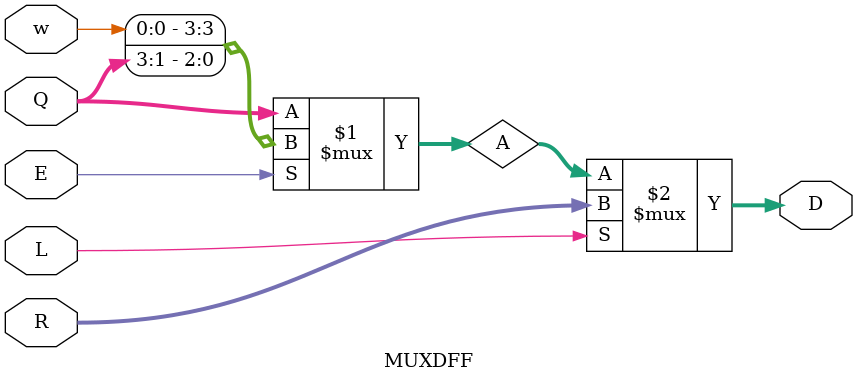
<source format=v>
module top_module (
    input [3:0] SW,
    input [3:0] KEY,
    output [3:0] LEDR
); //

    wire [3:0] D;

    MUXDFF MUXDFF_u0 (
        .w(KEY[3]), .E(KEY[1]), .L(KEY[2]),
        .R(SW), .Q(LEDR),
        .D(D)
    );

    always @(posedge KEY[0]) begin
        LEDR <= D;
    end

endmodule


module MUXDFF (
    input w, E, L,
    input [3:0] R, Q,
    output [3:0] D
);

    wire [3:0] A;

    assign A = E ? {w, Q[3:1]} : Q;
    assign D = L ? R : A;

endmodule

</source>
